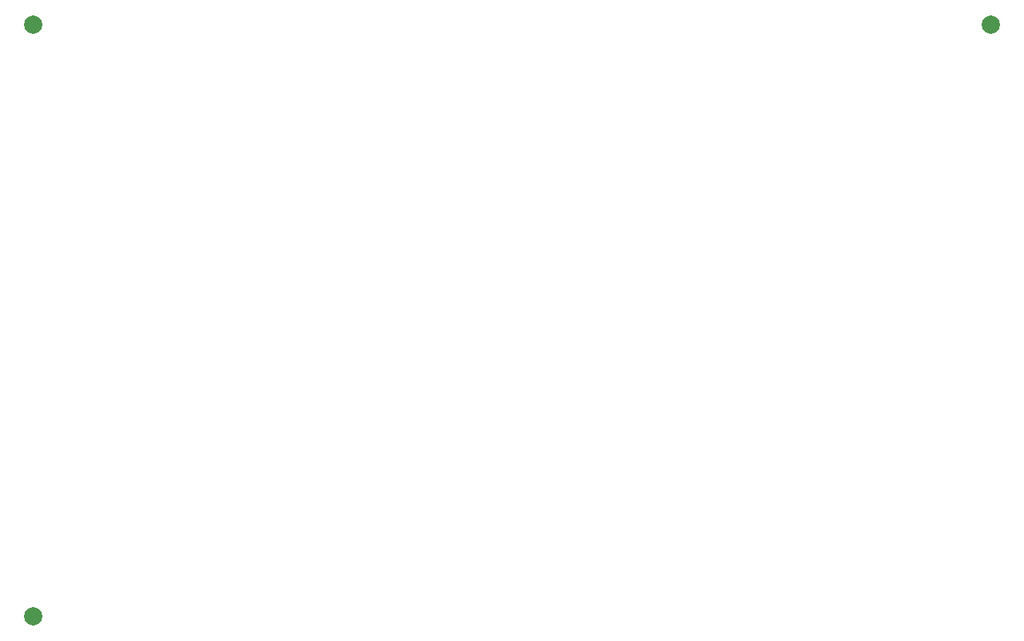
<source format=gbr>
%TF.GenerationSoftware,KiCad,Pcbnew,9.0.1*%
%TF.CreationDate,2025-08-14T13:28:43-04:00*%
%TF.ProjectId,viagrid,76696167-7269-4642-9e6b-696361645f70,rev?*%
%TF.SameCoordinates,Original*%
%TF.FileFunction,Soldermask,Bot*%
%TF.FilePolarity,Negative*%
%FSLAX46Y46*%
G04 Gerber Fmt 4.6, Leading zero omitted, Abs format (unit mm)*
G04 Created by KiCad (PCBNEW 9.0.1) date 2025-08-14 13:28:43*
%MOMM*%
%LPD*%
G01*
G04 APERTURE LIST*
%ADD10C,2.000000*%
G04 APERTURE END LIST*
D10*
%TO.C,REF\u002A\u002A*%
X107500000Y67500000D03*
%TD*%
%TO.C,REF\u002A\u002A*%
X2500000Y67500000D03*
%TD*%
%TO.C,REF\u002A\u002A*%
X2500000Y2499999D03*
%TD*%
M02*

</source>
